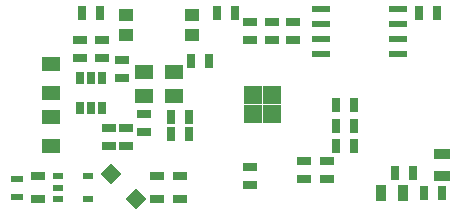
<source format=gbr>
%TF.GenerationSoftware,KiCad,Pcbnew,(6.0.7)*%
%TF.CreationDate,2022-08-11T09:50:47+02:00*%
%TF.ProjectId,cowstick-rp,636f7773-7469-4636-9b2d-72702e6b6963,1*%
%TF.SameCoordinates,Original*%
%TF.FileFunction,Paste,Top*%
%TF.FilePolarity,Positive*%
%FSLAX46Y46*%
G04 Gerber Fmt 4.6, Leading zero omitted, Abs format (unit mm)*
G04 Created by KiCad (PCBNEW (6.0.7)) date 2022-08-11 09:50:47*
%MOMM*%
%LPD*%
G01*
G04 APERTURE LIST*
G04 Aperture macros list*
%AMRotRect*
0 Rectangle, with rotation*
0 The origin of the aperture is its center*
0 $1 length*
0 $2 width*
0 $3 Rotation angle, in degrees counterclockwise*
0 Add horizontal line*
21,1,$1,$2,0,0,$3*%
G04 Aperture macros list end*
%ADD10R,1.143000X0.635000*%
%ADD11R,0.635000X1.143000*%
%ADD12R,1.043000X0.535000*%
%ADD13R,0.100000X0.775000*%
%ADD14R,0.775000X0.100000*%
%ADD15R,1.500000X1.500000*%
%ADD16R,0.900760X0.601040*%
%ADD17R,1.200000X1.000000*%
%ADD18R,1.297000X0.789000*%
%ADD19RotRect,1.200000X1.200000X45.000000*%
%ADD20R,0.889000X1.397000*%
%ADD21R,0.701040X1.000760*%
%ADD22R,1.600000X0.550000*%
%ADD23R,1.600000X1.200000*%
%ADD24R,1.397000X0.889000*%
%ADD25R,1.500000X1.200000*%
G04 APERTURE END LIST*
D10*
%TO.C,C15*%
X152000000Y-109738000D03*
X152000000Y-111262000D03*
%TD*%
D11*
%TO.C,C7*%
X142262000Y-107500000D03*
X140738000Y-107500000D03*
%TD*%
D12*
%TO.C,C2*%
X127750000Y-111238000D03*
X127750000Y-112762000D03*
%TD*%
D13*
%TO.C,U1*%
X151100000Y-101550000D03*
X150700000Y-101550000D03*
X150300000Y-101550000D03*
X149900000Y-101550000D03*
X149500000Y-101550000D03*
X149100000Y-101550000D03*
X148700000Y-101550000D03*
X148300000Y-101550000D03*
X147900000Y-101550000D03*
X147500000Y-101550000D03*
X147100000Y-101550000D03*
X146700000Y-101550000D03*
X146300000Y-101550000D03*
X145900000Y-101550000D03*
D14*
X145050000Y-102400000D03*
X145050000Y-102800000D03*
X145050000Y-103200000D03*
X145050000Y-103600000D03*
X145050000Y-104000000D03*
X145050000Y-104400000D03*
X145050000Y-104800000D03*
X145050000Y-105200000D03*
X145050000Y-105600000D03*
X145050000Y-106000000D03*
X145050000Y-106400000D03*
X145050000Y-106800000D03*
X145050000Y-107200000D03*
X145050000Y-107600000D03*
D13*
X145900000Y-108450000D03*
X146300000Y-108450000D03*
X146700000Y-108450000D03*
X147100000Y-108450000D03*
X147500000Y-108450000D03*
X147900000Y-108450000D03*
X148300000Y-108450000D03*
X148700000Y-108450000D03*
X149100000Y-108450000D03*
X149500000Y-108450000D03*
X149900000Y-108450000D03*
X150300000Y-108450000D03*
X150700000Y-108450000D03*
X151100000Y-108450000D03*
D14*
X151950000Y-107600000D03*
X151950000Y-107200000D03*
X151950000Y-106800000D03*
X151950000Y-106400000D03*
X151950000Y-106000000D03*
X151950000Y-105600000D03*
X151950000Y-105200000D03*
X151950000Y-104800000D03*
X151950000Y-104400000D03*
X151950000Y-104000000D03*
X151950000Y-103600000D03*
X151950000Y-103200000D03*
X151950000Y-102800000D03*
X151950000Y-102400000D03*
D15*
X149300000Y-104200000D03*
X147700000Y-105800000D03*
X147700000Y-104200000D03*
X149300000Y-105800000D03*
%TD*%
D11*
%TO.C,R7*%
X144668000Y-97220000D03*
X146192000Y-97220000D03*
%TD*%
%TO.C,C19*%
X134762000Y-97250000D03*
X133238000Y-97250000D03*
%TD*%
D10*
%TO.C,C14*%
X147500000Y-110238000D03*
X147500000Y-111762000D03*
%TD*%
D16*
%TO.C,U2*%
X131230000Y-111047500D03*
X131230000Y-112000000D03*
X131230000Y-112952500D03*
X133770000Y-112952500D03*
X133770000Y-111047500D03*
%TD*%
D10*
%TO.C,C11*%
X151100000Y-99512000D03*
X151100000Y-97988000D03*
%TD*%
%TO.C,R4*%
X149300000Y-99512000D03*
X149300000Y-97988000D03*
%TD*%
D11*
%TO.C,C13*%
X142262000Y-106000000D03*
X140738000Y-106000000D03*
%TD*%
D17*
%TO.C,SW1*%
X136950000Y-99100000D03*
X142550000Y-99100000D03*
X142550000Y-97400000D03*
X136950000Y-97400000D03*
%TD*%
D10*
%TO.C,R2*%
X133050000Y-101012000D03*
X133050000Y-99488000D03*
%TD*%
%TO.C,R5*%
X136650000Y-102762000D03*
X136650000Y-101238000D03*
%TD*%
D18*
%TO.C,C4*%
X141500000Y-112952500D03*
X141500000Y-111047500D03*
%TD*%
D19*
%TO.C,L1*%
X135690000Y-110840000D03*
X137810000Y-112960000D03*
%TD*%
D11*
%TO.C,C18*%
X161738000Y-97250000D03*
X163262000Y-97250000D03*
%TD*%
D20*
%TO.C,D2*%
X160452500Y-112500000D03*
X158547500Y-112500000D03*
%TD*%
D11*
%TO.C,C6*%
X154738000Y-108500000D03*
X156262000Y-108500000D03*
%TD*%
D21*
%TO.C,D1*%
X134952500Y-102730000D03*
X134000000Y-102730000D03*
X133047500Y-102730000D03*
X133047500Y-105270000D03*
X134000000Y-105270000D03*
X134952500Y-105270000D03*
%TD*%
D10*
%TO.C,R1*%
X135500000Y-106988000D03*
X135500000Y-108512000D03*
%TD*%
D11*
%TO.C,R6*%
X161262000Y-110750000D03*
X159738000Y-110750000D03*
%TD*%
%TO.C,L2*%
X162238000Y-112500000D03*
X163762000Y-112500000D03*
%TD*%
%TO.C,C17*%
X154738000Y-106750000D03*
X156262000Y-106750000D03*
%TD*%
D22*
%TO.C,U3*%
X153500000Y-96845000D03*
X153500000Y-98115000D03*
X153500000Y-99385000D03*
X153500000Y-100655000D03*
X160000000Y-100655000D03*
X160000000Y-99385000D03*
X160000000Y-98115000D03*
X160000000Y-96845000D03*
%TD*%
D10*
%TO.C,C12*%
X147500000Y-99512000D03*
X147500000Y-97988000D03*
%TD*%
%TO.C,C10*%
X138500000Y-105738000D03*
X138500000Y-107262000D03*
%TD*%
D11*
%TO.C,C9*%
X142488000Y-101250000D03*
X144012000Y-101250000D03*
%TD*%
D23*
%TO.C,P1*%
X130600000Y-108500000D03*
X130600000Y-106000000D03*
X130600000Y-104000000D03*
X130600000Y-101500000D03*
%TD*%
D10*
%TO.C,C5*%
X137000000Y-108512000D03*
X137000000Y-106988000D03*
%TD*%
%TO.C,C16*%
X154000000Y-109738000D03*
X154000000Y-111262000D03*
%TD*%
D11*
%TO.C,C8*%
X154738000Y-105000000D03*
X156262000Y-105000000D03*
%TD*%
D18*
%TO.C,C3*%
X139550000Y-112952500D03*
X139550000Y-111047500D03*
%TD*%
D24*
%TO.C,C20*%
X163750000Y-111032500D03*
X163750000Y-109127500D03*
%TD*%
D25*
%TO.C,X1*%
X141000000Y-102250000D03*
X138500000Y-102250000D03*
X138500000Y-104250000D03*
X141000000Y-104250000D03*
%TD*%
D18*
%TO.C,C1*%
X129500000Y-111047500D03*
X129500000Y-112952500D03*
%TD*%
D10*
%TO.C,R3*%
X134950000Y-101012000D03*
X134950000Y-99488000D03*
%TD*%
M02*

</source>
